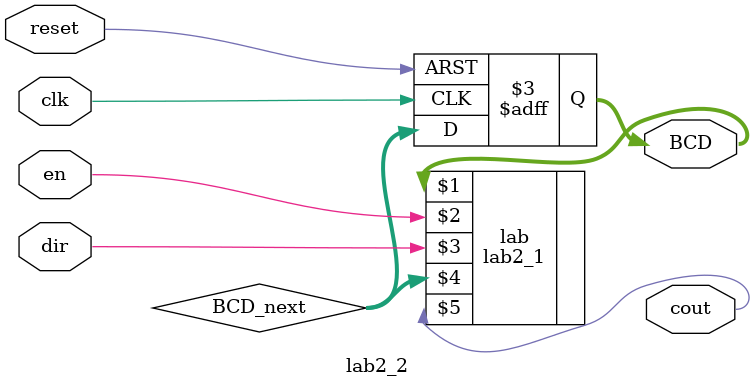
<source format=v>
`timescale 1ns / 1ps
module lab2_2(
input clk,
input reset,
input en,
input dir,
output reg [3:0] BCD,
output cout);
wire [3:0] BCD_next;

lab2_1 lab(BCD, en, dir, BCD_next, cout);

always @(negedge clk or posedge reset) begin
    if (reset == 1) BCD = 9;
    else BCD = BCD_next;
end

endmodule

</source>
